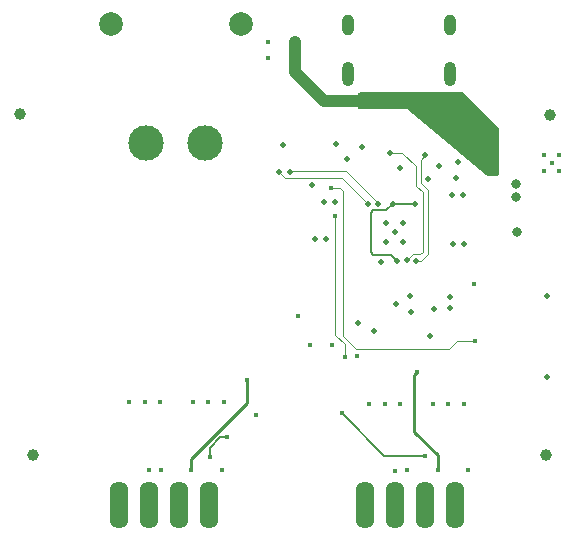
<source format=gbr>
%TF.GenerationSoftware,KiCad,Pcbnew,9.0.4*%
%TF.CreationDate,2025-09-25T11:48:03-04:00*%
%TF.ProjectId,fanboy,66616e62-6f79-42e6-9b69-6361645f7063,rev?*%
%TF.SameCoordinates,Original*%
%TF.FileFunction,Copper,L6,Bot*%
%TF.FilePolarity,Positive*%
%FSLAX46Y46*%
G04 Gerber Fmt 4.6, Leading zero omitted, Abs format (unit mm)*
G04 Created by KiCad (PCBNEW 9.0.4) date 2025-09-25 11:48:03*
%MOMM*%
%LPD*%
G01*
G04 APERTURE LIST*
%TA.AperFunction,SMDPad,CuDef*%
%ADD10C,1.000000*%
%TD*%
%TA.AperFunction,ComponentPad*%
%ADD11C,3.000000*%
%TD*%
%TA.AperFunction,ComponentPad*%
%ADD12C,2.000000*%
%TD*%
%TA.AperFunction,ComponentPad*%
%ADD13O,1.574800X4.000000*%
%TD*%
%TA.AperFunction,ComponentPad*%
%ADD14C,1.500000*%
%TD*%
%TA.AperFunction,ComponentPad*%
%ADD15O,1.000000X1.800000*%
%TD*%
%TA.AperFunction,ComponentPad*%
%ADD16O,1.000000X2.100000*%
%TD*%
%TA.AperFunction,ViaPad*%
%ADD17C,0.450000*%
%TD*%
%TA.AperFunction,ViaPad*%
%ADD18C,0.500000*%
%TD*%
%TA.AperFunction,ViaPad*%
%ADD19C,0.800000*%
%TD*%
%TA.AperFunction,ViaPad*%
%ADD20C,1.000000*%
%TD*%
%TA.AperFunction,Conductor*%
%ADD21C,1.000000*%
%TD*%
%TA.AperFunction,Conductor*%
%ADD22C,0.254000*%
%TD*%
%TA.AperFunction,Conductor*%
%ADD23C,0.101600*%
%TD*%
%TA.AperFunction,Conductor*%
%ADD24C,0.200000*%
%TD*%
G04 APERTURE END LIST*
D10*
%TO.P,FID4,*%
%TO.N,*%
X190680000Y-69780000D03*
%TD*%
%TO.P,FID3,*%
%TO.N,*%
X190350000Y-98540000D03*
%TD*%
%TO.P,FID2,*%
%TO.N,*%
X146950000Y-98510000D03*
%TD*%
%TO.P,FID1,*%
%TO.N,*%
X145810000Y-69700000D03*
%TD*%
D11*
%TO.P,J1,1,+V*%
%TO.N,/12V*%
X156520000Y-72095000D03*
%TO.P,J1,2,GND*%
%TO.N,GND*%
X161520000Y-72095000D03*
D12*
%TO.P,J1,3,MNT1*%
%TO.N,unconnected-(J1-MNT1-Pad3)*%
X153520000Y-62095000D03*
%TO.P,J1,4,MNT2*%
%TO.N,unconnected-(J1-MNT2-Pad4)*%
X164520000Y-62095000D03*
%TD*%
D13*
%TO.P,J4,1,Pin_1*%
%TO.N,GND*%
X175070000Y-102820000D03*
%TO.P,J4,2,Pin_2*%
%TO.N,/12V*%
X177610000Y-102820000D03*
D14*
%TO.P,J4,3,Pin_3*%
%TO.N,/FAN2_TACH*%
X180150000Y-101860000D03*
D13*
X180150000Y-102820000D03*
%TO.P,J4,4,Pin_4*%
%TO.N,/FAN2_PWM*%
X182690000Y-102820000D03*
%TD*%
%TO.P,J3,1,Pin_1*%
%TO.N,GND*%
X154230000Y-102820000D03*
%TO.P,J3,2,Pin_2*%
%TO.N,/12V*%
X156770000Y-102820000D03*
D14*
%TO.P,J3,3,Pin_3*%
%TO.N,/FAN1_TACH*%
X159310000Y-101860000D03*
D13*
X159310000Y-102820000D03*
%TO.P,J3,4,Pin_4*%
%TO.N,/FAN1_PWM*%
X161850000Y-102820000D03*
%TD*%
D15*
%TO.P,J6,S1,SHIELD*%
%TO.N,GND*%
X173650000Y-62125000D03*
D16*
X173650000Y-66305000D03*
D15*
X182290000Y-62125000D03*
D16*
X182290000Y-66305000D03*
%TD*%
D17*
%TO.N,/5V*%
X169090000Y-63620000D03*
%TO.N,/QSPI_SS*%
X172195000Y-75945000D03*
%TO.N,GND*%
X166840000Y-64930000D03*
%TO.N,/QSPI_SS*%
X184370000Y-88880000D03*
%TO.N,/3V3*%
X184300000Y-84060000D03*
%TO.N,GND*%
X166840000Y-63620000D03*
%TO.N,/5V*%
X169090000Y-64930000D03*
%TO.N,GND*%
X190190583Y-74514964D03*
X191505583Y-74514964D03*
X190858083Y-73784964D03*
X190200583Y-73144964D03*
X191515583Y-73144964D03*
%TO.N,/3V3*%
X174340000Y-90200000D03*
%TO.N,/FAN_ALERT*%
X172540000Y-78320000D03*
X173330000Y-90210000D03*
%TO.N,/FAN2_TACH*%
X173080000Y-95000000D03*
%TO.N,/12V*%
X175420000Y-94230000D03*
%TO.N,GND*%
X169370000Y-86770000D03*
%TO.N,/5V*%
X162930000Y-99800000D03*
X183750000Y-99830000D03*
X184620583Y-72964964D03*
X185935583Y-72964964D03*
X182900000Y-72130000D03*
X183990000Y-72110000D03*
X185278083Y-73604964D03*
X185925583Y-74334964D03*
X185370000Y-72100000D03*
%TO.N,GND*%
X182095000Y-94210000D03*
X183410000Y-94210000D03*
X180780000Y-94210000D03*
X161795000Y-94100000D03*
X163110000Y-94100000D03*
X160480000Y-94100000D03*
%TO.N,/12V*%
X156790000Y-99810000D03*
%TO.N,GND*%
X157750000Y-99800000D03*
X178570000Y-99820000D03*
%TO.N,/12V*%
X177600000Y-99890000D03*
%TO.N,/3V3*%
X179430000Y-91550000D03*
X181210000Y-99800000D03*
X160310000Y-99810000D03*
%TO.N,/12V*%
X156395000Y-94100000D03*
X157710000Y-94100000D03*
X155080000Y-94100000D03*
X178050000Y-94230000D03*
X176735000Y-94230000D03*
%TO.N,/3V3*%
X172250000Y-89220000D03*
X170380000Y-89210000D03*
%TO.N,GND*%
X165837500Y-95160000D03*
%TO.N,/3V3*%
X165060000Y-92180000D03*
%TO.N,/FAN1_PWM*%
X161920000Y-98740000D03*
X163347500Y-97060000D03*
%TO.N,/FAN2_TACH*%
X180130000Y-98610000D03*
D18*
%TO.N,/SWD*%
X180140717Y-73170036D03*
X179401524Y-82115036D03*
%TO.N,/SWCLK*%
X177187037Y-72936510D03*
X178641524Y-82030036D03*
%TO.N,/QSPI_SD1*%
X175321524Y-77290036D03*
X167740413Y-74563680D03*
%TO.N,/QSPI_SD2*%
X176161524Y-77290036D03*
X168691524Y-74545036D03*
%TO.N,GND*%
X172560717Y-72250036D03*
X182794417Y-75100036D03*
X180920717Y-86160036D03*
X190490000Y-91950000D03*
X182260717Y-86110036D03*
X178281524Y-80540036D03*
X174490000Y-87380000D03*
X177591524Y-79697536D03*
X171590000Y-77120000D03*
X174791524Y-72470036D03*
X177641524Y-85735036D03*
X178291524Y-78870036D03*
X183450717Y-80700036D03*
X190500000Y-85060000D03*
X183370717Y-76570036D03*
X176871524Y-78870036D03*
X181280000Y-74050000D03*
X175841524Y-88035036D03*
X178950000Y-86420000D03*
X170811524Y-80260036D03*
X180571524Y-88500036D03*
X176386099Y-82200036D03*
X182929283Y-73749964D03*
X170570000Y-75670000D03*
X176861524Y-80540036D03*
%TO.N,/3V3*%
X182260717Y-85150036D03*
X168100717Y-72260036D03*
X182490717Y-80700036D03*
X171771524Y-80260036D03*
X178851121Y-85120036D03*
X172550000Y-77120000D03*
X182410717Y-76570036D03*
X178031524Y-74280036D03*
D19*
X187876300Y-76675000D03*
X187876300Y-75585000D03*
X187885000Y-79625000D03*
D18*
X173501524Y-73495036D03*
X180391524Y-75175036D03*
%TO.N,/1V1*%
X177381524Y-77315036D03*
X179321524Y-77315036D03*
X177741524Y-82085036D03*
D20*
%TO.N,/5V*%
X175480583Y-68569964D03*
X180870583Y-68549964D03*
%TD*%
D21*
%TO.N,/5V*%
X175480583Y-68569964D02*
X171569964Y-68569964D01*
X171569964Y-68569964D02*
X169090000Y-66090000D01*
X169090000Y-66090000D02*
X169090000Y-64930000D01*
D22*
%TO.N,/3V3*%
X179430000Y-91550000D02*
X179230000Y-91750000D01*
X179230000Y-91750000D02*
X179230000Y-96610000D01*
X179230000Y-96610000D02*
X181210000Y-98590000D01*
X181210000Y-98590000D02*
X181210000Y-99800000D01*
X165060000Y-92180000D02*
X165060000Y-94160000D01*
X165060000Y-94160000D02*
X160310000Y-98910000D01*
X160310000Y-98910000D02*
X160310000Y-99810000D01*
D23*
%TO.N,/QSPI_SS*%
X182140000Y-89540000D02*
X182800000Y-88880000D01*
X182800000Y-88880000D02*
X184370000Y-88880000D01*
X172965000Y-75945000D02*
X173180000Y-76160000D01*
X173180000Y-76160000D02*
X173180000Y-88440000D01*
X173180000Y-88440000D02*
X174280000Y-89540000D01*
X174280000Y-89540000D02*
X182140000Y-89540000D01*
X172195000Y-75945000D02*
X172965000Y-75945000D01*
%TO.N,/FAN_ALERT*%
X172540000Y-78320000D02*
X172540000Y-88350000D01*
X172540000Y-88350000D02*
X173330000Y-89140000D01*
X173330000Y-89140000D02*
X173330000Y-90210000D01*
%TO.N,/QSPI_SD2*%
X176161524Y-77290036D02*
X176161524Y-77235036D01*
X176161524Y-77235036D02*
X173466488Y-74540000D01*
X173466488Y-74540000D02*
X168696560Y-74540000D01*
X168696560Y-74540000D02*
X168691524Y-74545036D01*
D24*
%TO.N,/FAN1_PWM*%
X163347500Y-97060000D02*
X162810000Y-97060000D01*
X162810000Y-97060000D02*
X161920000Y-97950000D01*
X161920000Y-97950000D02*
X161920000Y-98740000D01*
%TO.N,/FAN2_TACH*%
X176690000Y-98610000D02*
X180130000Y-98610000D01*
X173080000Y-95000000D02*
X176690000Y-98610000D01*
D23*
%TO.N,/SWD*%
X179811524Y-82115036D02*
X179401524Y-82115036D01*
X180361524Y-81565036D02*
X179811524Y-82115036D01*
X180361524Y-76120036D02*
X180361524Y-81565036D01*
X179781524Y-73529229D02*
X179781524Y-75540036D01*
X180140717Y-73170036D02*
X179781524Y-73529229D01*
X179781524Y-75540036D02*
X180361524Y-76120036D01*
%TO.N,/SWCLK*%
X179106524Y-81565036D02*
X178641524Y-82030036D01*
X179686524Y-81565036D02*
X179106524Y-81565036D01*
X179361524Y-74120036D02*
X179361524Y-75740036D01*
X179361524Y-75740036D02*
X179931524Y-76310036D01*
X178177998Y-72936510D02*
X179361524Y-74120036D01*
X179931524Y-76310036D02*
X179931524Y-81320036D01*
X177187037Y-72936510D02*
X178177998Y-72936510D01*
X179931524Y-81320036D02*
X179686524Y-81565036D01*
%TO.N,/QSPI_SD1*%
X175321524Y-77290036D02*
X173141524Y-75110036D01*
X168241524Y-75110036D02*
X167740413Y-74608925D01*
X173141524Y-75110036D02*
X168241524Y-75110036D01*
X167740413Y-74608925D02*
X167740413Y-74563680D01*
D24*
%TO.N,/1V1*%
X175731524Y-77840036D02*
X175531524Y-78040036D01*
X177741524Y-82085036D02*
X177741524Y-82035036D01*
X175771524Y-81610036D02*
X177266524Y-81610036D01*
X178471524Y-77315036D02*
X177381524Y-77315036D01*
X179321524Y-77315036D02*
X178471524Y-77315036D01*
X175531524Y-81370036D02*
X175771524Y-81610036D01*
X177266524Y-81610036D02*
X177741524Y-82085036D01*
X176856524Y-77840036D02*
X175731524Y-77840036D01*
X179351524Y-77315036D02*
X178471524Y-77315036D01*
X175531524Y-78040036D02*
X175531524Y-81370036D01*
X177381524Y-77315036D02*
X176856524Y-77840036D01*
D21*
%TO.N,/5V*%
X169090000Y-64930000D02*
X169090000Y-63620000D01*
%TD*%
%TA.AperFunction,Conductor*%
%TO.N,/5V*%
G36*
X183410305Y-67862610D02*
G01*
X183431430Y-67879716D01*
X184823604Y-69286135D01*
X186376211Y-70854629D01*
X186409384Y-70916122D01*
X186412083Y-70942513D01*
X186392019Y-74767258D01*
X186371983Y-74834194D01*
X186318940Y-74879671D01*
X186268021Y-74890608D01*
X185432810Y-74890608D01*
X185365771Y-74870923D01*
X185353933Y-74862286D01*
X185319857Y-74834194D01*
X180599243Y-70942513D01*
X178588712Y-69285028D01*
X178588711Y-69285027D01*
X174604034Y-69286135D01*
X174536990Y-69266469D01*
X174491220Y-69213678D01*
X174480000Y-69162135D01*
X174480000Y-67970497D01*
X174499685Y-67903458D01*
X174552489Y-67857703D01*
X174603946Y-67846497D01*
X183343261Y-67842953D01*
X183410305Y-67862610D01*
G37*
%TD.AperFunction*%
%TD*%
M02*

</source>
